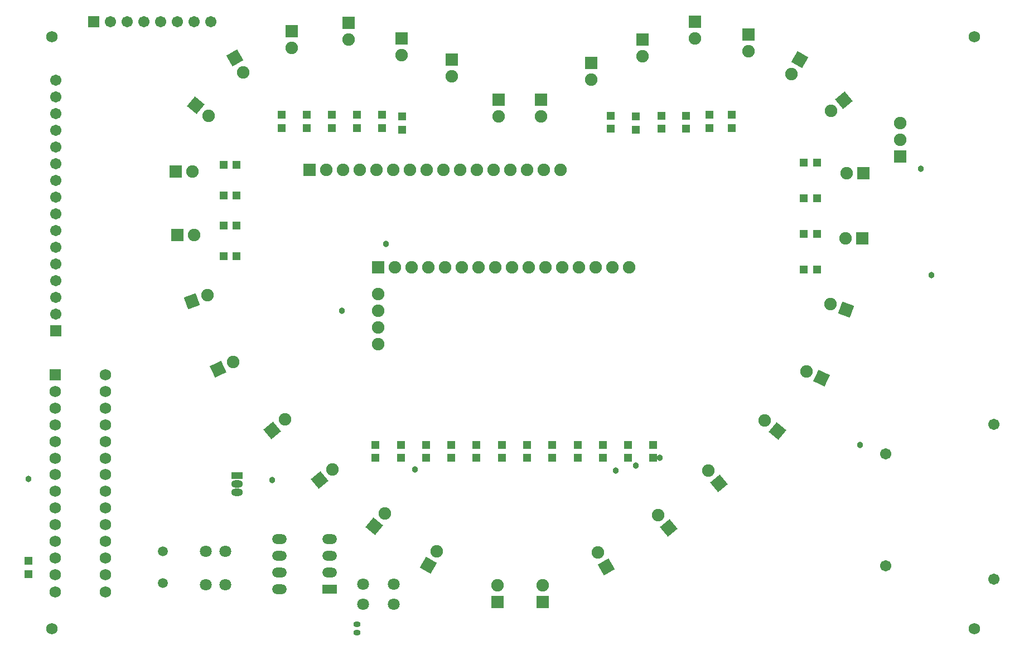
<source format=gts>
G04*
G04 #@! TF.GenerationSoftware,Altium Limited,Altium Designer,21.2.1 (34)*
G04*
G04 Layer_Color=8388736*
%FSLAX24Y24*%
%MOIN*%
G70*
G04*
G04 #@! TF.SameCoordinates,50E8038E-39F9-4302-AF09-D4DFFB075F86*
G04*
G04*
G04 #@! TF.FilePolarity,Negative*
G04*
G01*
G75*
%ADD19R,0.0474X0.0474*%
%ADD20R,0.0474X0.0474*%
%ADD21R,0.0749X0.0749*%
%ADD22C,0.0749*%
%ADD23R,0.0671X0.0671*%
%ADD24C,0.0671*%
%ADD25O,0.0434X0.0356*%
%ADD26C,0.0710*%
%ADD27R,0.0749X0.0749*%
%ADD28P,0.1060X4X75.0*%
%ADD29P,0.1060X4X95.0*%
%ADD30P,0.1060X4X265.0*%
%ADD31R,0.0671X0.0671*%
%ADD32P,0.1060X4X185.0*%
%ADD33C,0.0690*%
%ADD34R,0.0690X0.0690*%
%ADD35R,0.0710X0.0434*%
%ADD36O,0.0710X0.0434*%
%ADD37C,0.0592*%
%ADD38R,0.0880X0.0580*%
%ADD39O,0.0880X0.0580*%
%ADD40P,0.1060X4X155.0*%
%ADD41P,0.1060X4X160.0*%
%ADD42P,0.1060X4X175.0*%
%ADD43P,0.1060X4X195.0*%
%ADD44P,0.1060X4X290.0*%
%ADD45P,0.1060X4X295.0*%
%ADD46C,0.0680*%
%ADD47C,0.0380*%
D19*
X40150Y32244D02*
D03*
Y31456D02*
D03*
X850Y5594D02*
D03*
Y4806D02*
D03*
X23200Y31393D02*
D03*
Y32180D02*
D03*
X22000Y31500D02*
D03*
Y32287D02*
D03*
X20500Y31500D02*
D03*
Y32287D02*
D03*
X19000Y31500D02*
D03*
Y32287D02*
D03*
X17500Y31500D02*
D03*
Y32287D02*
D03*
X16000Y31500D02*
D03*
Y32287D02*
D03*
X21600Y12537D02*
D03*
Y11750D02*
D03*
X23109Y12537D02*
D03*
Y11750D02*
D03*
X24618Y12537D02*
D03*
Y11750D02*
D03*
X26127Y12537D02*
D03*
Y11750D02*
D03*
X27636Y12537D02*
D03*
Y11750D02*
D03*
X29145Y12537D02*
D03*
Y11750D02*
D03*
X30655Y12537D02*
D03*
Y11750D02*
D03*
X32164Y12537D02*
D03*
Y11750D02*
D03*
X33673Y12537D02*
D03*
Y11750D02*
D03*
X35182Y12537D02*
D03*
Y11750D02*
D03*
X36691Y12537D02*
D03*
Y11750D02*
D03*
X38200Y12537D02*
D03*
Y11750D02*
D03*
X42900Y31506D02*
D03*
Y32294D02*
D03*
X41550Y31506D02*
D03*
Y32294D02*
D03*
X38700Y31456D02*
D03*
Y32244D02*
D03*
X37150Y31406D02*
D03*
Y32194D02*
D03*
X35650Y31456D02*
D03*
Y32244D02*
D03*
D20*
X13294Y29294D02*
D03*
X12506D02*
D03*
X13294Y27477D02*
D03*
X12506D02*
D03*
X13294Y25660D02*
D03*
X12506D02*
D03*
X13294Y23844D02*
D03*
X12506D02*
D03*
X47200Y23044D02*
D03*
X47987D02*
D03*
X47200Y25177D02*
D03*
X47987D02*
D03*
Y27310D02*
D03*
X47200D02*
D03*
Y29444D02*
D03*
X47987D02*
D03*
D21*
X9650Y28894D02*
D03*
X52950Y29800D02*
D03*
X9750Y25094D02*
D03*
X50700Y24894D02*
D03*
X50750Y28794D02*
D03*
D22*
X10650Y28894D02*
D03*
X52950Y31800D02*
D03*
Y30800D02*
D03*
X10750Y25094D02*
D03*
X20000Y36800D02*
D03*
X13700Y34817D02*
D03*
X11633Y32229D02*
D03*
X44850Y13994D02*
D03*
X19650Y28994D02*
D03*
X18650D02*
D03*
X21650D02*
D03*
X22650D02*
D03*
X20650D02*
D03*
X30650D02*
D03*
X31650D02*
D03*
X32650D02*
D03*
X25650D02*
D03*
X23650D02*
D03*
X24650D02*
D03*
X28650D02*
D03*
X29650D02*
D03*
X26650D02*
D03*
X27650D02*
D03*
X11560Y21482D02*
D03*
X41479Y10983D02*
D03*
X22171Y8433D02*
D03*
X28950Y32194D02*
D03*
X26150Y34600D02*
D03*
X23150Y35850D02*
D03*
X16600Y36300D02*
D03*
X13100Y17494D02*
D03*
X16200Y14050D02*
D03*
X19033Y11071D02*
D03*
X25250Y6177D02*
D03*
X28900Y4144D02*
D03*
X31600D02*
D03*
X34900Y6083D02*
D03*
X38479Y8333D02*
D03*
X47350Y16944D02*
D03*
X48780Y20965D02*
D03*
X49700Y24894D02*
D03*
X49750Y28794D02*
D03*
X48817Y32529D02*
D03*
X46450Y34717D02*
D03*
X43900Y36100D02*
D03*
X40700Y36850D02*
D03*
X37550Y35800D02*
D03*
X34500Y34400D02*
D03*
X31500Y32194D02*
D03*
X26750Y23150D02*
D03*
X27750D02*
D03*
X28750D02*
D03*
X25750D02*
D03*
X22750D02*
D03*
X23750D02*
D03*
X24750D02*
D03*
X29750D02*
D03*
X34750D02*
D03*
X35750D02*
D03*
X33750D02*
D03*
X30750D02*
D03*
X31750D02*
D03*
X32750D02*
D03*
X36750D02*
D03*
X21750Y18575D02*
D03*
Y21575D02*
D03*
Y20575D02*
D03*
Y19575D02*
D03*
D23*
X2500Y19350D02*
D03*
D24*
Y20350D02*
D03*
Y21350D02*
D03*
Y22350D02*
D03*
Y23350D02*
D03*
Y24350D02*
D03*
Y25350D02*
D03*
Y26350D02*
D03*
Y27350D02*
D03*
Y28350D02*
D03*
Y29350D02*
D03*
Y30350D02*
D03*
Y31350D02*
D03*
Y32350D02*
D03*
Y33350D02*
D03*
Y34350D02*
D03*
X11750Y37850D02*
D03*
X10750D02*
D03*
X9750D02*
D03*
X8750D02*
D03*
X7750D02*
D03*
X6750D02*
D03*
X5750D02*
D03*
X52074Y5296D02*
D03*
Y11989D02*
D03*
X58570Y13760D02*
D03*
Y4509D02*
D03*
D25*
X20500Y1300D02*
D03*
Y1800D02*
D03*
D26*
X20850Y4181D02*
D03*
Y3000D02*
D03*
X22700Y4181D02*
D03*
Y3000D02*
D03*
X12632Y6145D02*
D03*
X11451D02*
D03*
X12631Y4150D02*
D03*
X11450D02*
D03*
D27*
X20000Y37800D02*
D03*
X17650Y28994D02*
D03*
X28950Y33194D02*
D03*
X26150Y35600D02*
D03*
X23150Y36850D02*
D03*
X16600Y37300D02*
D03*
X28900Y3144D02*
D03*
X31600D02*
D03*
X43900Y37100D02*
D03*
X40700Y37850D02*
D03*
X37550Y36800D02*
D03*
X34500Y35400D02*
D03*
X31500Y33194D02*
D03*
X21750Y23150D02*
D03*
D28*
X13200Y35683D02*
D03*
X35400Y5217D02*
D03*
D29*
X10867Y32871D02*
D03*
X45616Y13351D02*
D03*
D30*
X42121Y10217D02*
D03*
X39121Y7567D02*
D03*
D31*
X4750Y37850D02*
D03*
D32*
X21529Y7667D02*
D03*
D33*
X2450Y14741D02*
D03*
Y15740D02*
D03*
Y13742D02*
D03*
X5457Y9746D02*
D03*
Y10745D02*
D03*
Y11744D02*
D03*
Y12743D02*
D03*
Y13742D02*
D03*
Y14741D02*
D03*
Y15740D02*
D03*
X5453Y16739D02*
D03*
X2450Y9746D02*
D03*
Y10745D02*
D03*
Y11744D02*
D03*
Y12743D02*
D03*
Y5750D02*
D03*
Y6749D02*
D03*
Y7748D02*
D03*
Y8747D02*
D03*
X5457Y4751D02*
D03*
Y3737D02*
D03*
X2461D02*
D03*
X2450Y4751D02*
D03*
X5457Y8747D02*
D03*
Y7748D02*
D03*
Y6749D02*
D03*
Y5750D02*
D03*
D34*
X2461Y16739D02*
D03*
D35*
X13330Y10700D02*
D03*
D36*
Y10200D02*
D03*
Y9700D02*
D03*
D37*
X8900Y6150D02*
D03*
Y4260D02*
D03*
D38*
X18850Y3900D02*
D03*
D39*
Y4900D02*
D03*
Y5900D02*
D03*
Y6900D02*
D03*
X15850Y3900D02*
D03*
Y4900D02*
D03*
Y5900D02*
D03*
Y6900D02*
D03*
D40*
X10620Y21140D02*
D03*
D41*
X12194Y17071D02*
D03*
D42*
X15434Y13407D02*
D03*
X18267Y10429D02*
D03*
X49583Y33171D02*
D03*
D43*
X24750Y5311D02*
D03*
X46950Y35583D02*
D03*
D44*
X48256Y16521D02*
D03*
D45*
X49720Y20623D02*
D03*
D46*
X57387Y1512D02*
D03*
Y36945D02*
D03*
X2269Y1512D02*
D03*
Y36945D02*
D03*
D47*
X19590Y20570D02*
D03*
X54820Y22710D02*
D03*
X22220Y24570D02*
D03*
X50541Y12537D02*
D03*
X38580Y11750D02*
D03*
X37151Y11290D02*
D03*
X35949Y10983D02*
D03*
X23940Y11071D02*
D03*
X850Y10480D02*
D03*
X15434Y10429D02*
D03*
X54200Y29050D02*
D03*
M02*

</source>
